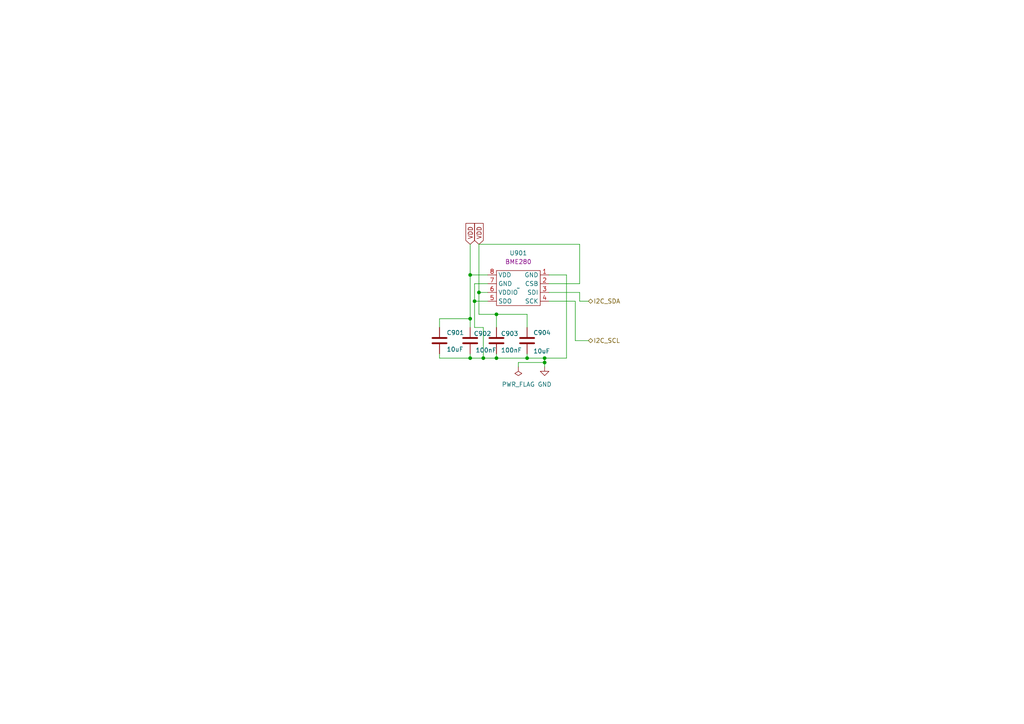
<source format=kicad_sch>
(kicad_sch (version 20250114) (generator "eeschema") (generator_version "9.0")
  (paper "A4")
  (lib_symbols
    (symbol "Device:C" (pin_numbers (hide yes)) (pin_names (offset 0.254))
      (property "Reference" "C" (at 0.635 2.54 0))
      (property "Value" "C" (at 0.635 -2.54 0))
      (symbol "C_0_1"
        (polyline (pts (xy -2.032 0.762) (xy 2.032 0.762)) (stroke (width 0.508)))
        (polyline (pts (xy -2.032 -0.762) (xy 2.032 -0.762)) (stroke (width 0.508)))
      )
      (symbol "C_1_1"
        (pin passive line (at 0 3.81 270) (length 2.794) (name "~") (number "1"))
        (pin passive line (at 0 -3.81 90) (length 2.794) (name "~") (number "2"))
      )
    )
    (symbol "WOBCLibrary:BME280"
      (property "Reference" "U" (at 0 10.16 0))
      (property "シンボル名" "BME280" (at 0 7.62 0))
      (symbol "BME280_0_1"
        (rectangle (start -6.35 5.08) (end 6.35 -5.08))
      )
      (symbol "BME280_1_1"
        (pin input line (at -8.89 3.81 0) (length 2.54) (name "VDD") (number "8"))
        (pin input line (at -8.89 1.27 0) (length 2.54) (name "GND") (number "7"))
        (pin input line (at -8.89 -1.27 0) (length 2.54) (name "VDDIO") (number "6"))
        (pin input line (at -8.89 -3.81 0) (length 2.54) (name "SDO") (number "5"))
        (pin input line (at 8.89 3.81 180) (length 2.54) (name "GND") (number "1"))
        (pin input line (at 8.89 1.27 180) (length 2.54) (name "CSB") (number "2"))
        (pin input line (at 8.89 -1.27 180) (length 2.54) (name "SDI") (number "3"))
        (pin input line (at 8.89 -3.81 180) (length 2.54) (name "SCK") (number "4"))
      )
    )
    (symbol "power:GND" (power) (pin_names (offset 0))
      (property "Value" "GND" (at 0 -3.81 0))
      (symbol "GND_0_1"
        (polyline (pts (xy 0 0) (xy 0 -1.27) (xy 1.27 -1.27) (xy 0 -2.54) (xy -1.27 -1.27) (xy 0 -1.27)))
      )
      (symbol "GND_1_1"
        (pin power_in line (at 0 0 270) (length 0) (hide yes) (name "GND") (number "1"))
      )
    )
    (symbol "power:PWR_FLAG" (power) (pin_numbers (hide yes)) (pin_names (offset 0) (hide yes))
      (property "Value" "PWR_FLAG" (at 0 3.81 0))
      (symbol "PWR_FLAG_0_0"
        (pin power_out line (at 0 0 90) (length 0) (name "pwr") (number "1"))
      )
      (symbol "PWR_FLAG_0_1"
        (polyline (pts (xy 0 0) (xy 0 1.27) (xy -1.016 1.905) (xy 0 2.54) (xy 1.016 1.905) (xy 0 1.27)))
      )
    )
  )
  (junction (at 152.8806 103.8726))
  (junction (at 157.9606 105.1426))
  (junction (at 157.9606 103.8726))
  (junction (at 140.1806 103.8726))
  (junction (at 143.9906 103.8726))
  (junction (at 137.6406 87.3626))
  (junction (at 136.3706 79.7426))
  (junction (at 138.9106 84.8226))
  (junction (at 136.3706 103.8726))
  (junction (at 143.9906 91.1726))
  (junction (at 136.3706 92.4426))
  (wire (pts (xy 137.6406 94.9826) (xy 140.1806 94.9826)))
  (wire (pts (xy 137.6406 87.3626) (xy 141.4506 87.3626)))
  (wire (pts (xy 152.8806 91.1726) (xy 143.9906 91.1726)))
  (wire (pts (xy 138.9106 84.8226) (xy 141.4506 84.8226)))
  (wire (pts (xy 168.1206 84.8226) (xy 168.1206 87.3626)))
  (wire (pts (xy 166.8506 98.7926) (xy 170.6606 98.7926)))
  (wire (pts (xy 136.3706 92.4426) (xy 136.3706 94.9826)))
  (wire (pts (xy 127.4806 92.4426) (xy 136.3706 92.4426)))
  (wire (pts (xy 143.9906 91.1726) (xy 143.9906 94.9826)))
  (wire (pts (xy 150.3406 106.4126) (xy 150.3406 105.1426)))
  (wire (pts (xy 159.2306 84.8226) (xy 168.1206 84.8226)))
  (wire (pts (xy 138.9106 91.1726) (xy 143.9906 91.1726)))
  (wire (pts (xy 136.3706 79.7426) (xy 136.3706 92.4426)))
  (wire (pts (xy 152.8806 94.9826) (xy 152.8806 91.1726)))
  (wire (pts (xy 137.6406 82.2826) (xy 137.6406 87.3626)))
  (wire (pts (xy 138.9106 70.8526) (xy 138.9106 84.8226)))
  (wire (pts (xy 127.4806 103.8726) (xy 136.3706 103.8726)))
  (wire (pts (xy 143.9906 102.6026) (xy 143.9906 103.8726)))
  (wire (pts (xy 137.6406 87.3626) (xy 137.6406 94.9826)))
  (wire (pts (xy 150.3406 105.1426) (xy 157.9606 105.1426)))
  (wire (pts (xy 138.9106 84.8226) (xy 138.9106 91.1726)))
  (wire (pts (xy 136.3706 70.8526) (xy 136.3706 79.7426)))
  (wire (pts (xy 157.9606 103.8726) (xy 164.3106 103.8726)))
  (wire (pts (xy 168.1206 70.8526) (xy 168.1206 82.2826)))
  (wire (pts (xy 140.1806 103.8726) (xy 143.9906 103.8726)))
  (wire (pts (xy 159.2306 87.3626) (xy 166.8506 87.3626)))
  (wire (pts (xy 164.3106 103.8726) (xy 164.3106 79.7426)))
  (wire (pts (xy 152.8806 102.6026) (xy 152.8806 103.8726)))
  (wire (pts (xy 168.1206 82.2826) (xy 159.2306 82.2826)))
  (wire (pts (xy 138.9106 70.8526) (xy 168.1206 70.8526)))
  (wire (pts (xy 164.3106 79.7426) (xy 159.2306 79.7426)))
  (wire (pts (xy 141.4506 82.2826) (xy 137.6406 82.2826)))
  (wire (pts (xy 152.8806 103.8726) (xy 157.9606 103.8726)))
  (wire (pts (xy 157.9606 105.1426) (xy 157.9606 106.4126)))
  (wire (pts (xy 143.9906 103.8726) (xy 152.8806 103.8726)))
  (wire (pts (xy 127.4806 94.9826) (xy 127.4806 92.4426)))
  (wire (pts (xy 136.3706 102.6026) (xy 136.3706 103.8726)))
  (wire (pts (xy 157.9606 103.8726) (xy 157.9606 105.1426)))
  (wire (pts (xy 136.3706 103.8726) (xy 140.1806 103.8726)))
  (wire (pts (xy 140.1806 94.9826) (xy 140.1806 103.8726)))
  (wire (pts (xy 168.1206 87.3626) (xy 170.6606 87.3626)))
  (wire (pts (xy 166.8506 87.3626) (xy 166.8506 98.7926)))
  (wire (pts (xy 136.3706 79.7426) (xy 141.4506 79.7426)))
  (wire (pts (xy 127.4806 102.6026) (xy 127.4806 103.8726)))
  (global_label "VDD" (shape input) (at 136.3706 70.8526 90) (property "Intersheetrefs" "${INTERSHEET_REFS}" (effects (hide yes))))
  (global_label "VDD" (shape input) (at 138.9106 70.8526 90) (property "Intersheetrefs" "${INTERSHEET_REFS}" (effects (hide yes))))
  (hierarchical_label "I2C_SCL" (shape bidirectional) (at 170.6606 98.7926 0))
  (hierarchical_label "I2C_SDA" (shape bidirectional) (at 170.6606 87.3626 0))
  (symbol (lib_id "power:PWR_FLAG") (at 150.3406 106.4126 180) (unit 1)
    (property "Reference" "#FLG0901" (effects (hide yes)))
    (property "Value" "PWR_FLAG" (at 150.3406 111.4926 0))
  )
  (symbol (lib_id "Device:C") (at 127.4806 98.7926 0) (unit 1)
    (property "Reference" "C901" (at 129.5126 96.5066 0) (effects (justify left)))
    (property "Value" "10uF" (at 129.5126 101.3326 0) (effects (justify left)))
    (property "Footprint" "Capacitor_SMD:C_0603_1608Metric" (effects (hide yes)))
    (property "LCSC" "C19702" (effects (hide yes)))
  )
  (symbol (lib_id "Device:C") (at 136.3706 98.7926 0) (unit 1)
    (property "Reference" "C902" (at 137.3866 96.7606 0) (effects (justify left)))
    (property "Value" "100nF" (at 137.8946 101.5866 0) (effects (justify left)))
    (property "Footprint" "Capacitor_SMD:C_0402_1005Metric" (effects (hide yes)))
    (property "LCSC" "C1525" (effects (hide yes)))
  )
  (symbol (lib_id "WOBCLibrary:BME280") (at 150.3406 83.5526 0) (unit 1)
    (property "Reference" "U901" (at 150.3406 73.3926 0))
    (property "Value" "~" (at 150.3406 83.5526 0))
    (property "Footprint" "WOBCLibrary:BME280" (effects (hide yes)))
    (property "シンボル名" "BME280" (at 150.3406 75.9326 0))
    (property "LCSC" "C92489" (effects (hide yes)))
  )
  (symbol (lib_id "power:GND") (at 157.9606 106.4126 0) (unit 1)
    (property "Reference" "#PWR0901" (effects (hide yes)))
    (property "Value" "GND" (at 157.9606 111.4926 0))
  )
  (symbol (lib_id "Device:C") (at 152.8806 98.7926 0) (unit 1)
    (property "Reference" "C904" (at 154.6586 96.5066 0) (effects (justify left)))
    (property "Value" "10uF" (at 154.6586 101.8406 0) (effects (justify left)))
    (property "Footprint" "Capacitor_SMD:C_0603_1608Metric" (effects (hide yes)))
    (property "LCSC" "C19702" (effects (hide yes)))
  )
  (symbol (lib_id "Device:C") (at 143.9906 98.7926 0) (unit 1)
    (property "Reference" "C903" (at 145.2606 96.7606 0) (effects (justify left)))
    (property "Value" "100nF" (at 145.2606 101.5866 0) (effects (justify left)))
    (property "Footprint" "Capacitor_SMD:C_0402_1005Metric" (effects (hide yes)))
    (property "LCSC" "C1525" (effects (hide yes)))
  )
)
</source>
